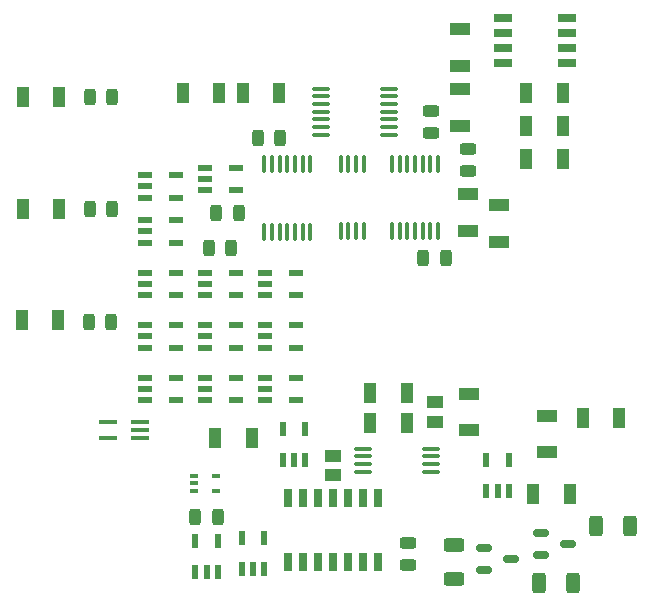
<source format=gbr>
%TF.GenerationSoftware,KiCad,Pcbnew,8.0.5*%
%TF.CreationDate,2024-10-12T23:20:52+02:00*%
%TF.ProjectId,TSAL,5453414c-2e6b-4696-9361-645f70636258,V2.1*%
%TF.SameCoordinates,Original*%
%TF.FileFunction,Paste,Top*%
%TF.FilePolarity,Positive*%
%FSLAX46Y46*%
G04 Gerber Fmt 4.6, Leading zero omitted, Abs format (unit mm)*
G04 Created by KiCad (PCBNEW 8.0.5) date 2024-10-12 23:20:52*
%MOMM*%
%LPD*%
G01*
G04 APERTURE LIST*
G04 Aperture macros list*
%AMRoundRect*
0 Rectangle with rounded corners*
0 $1 Rounding radius*
0 $2 $3 $4 $5 $6 $7 $8 $9 X,Y pos of 4 corners*
0 Add a 4 corners polygon primitive as box body*
4,1,4,$2,$3,$4,$5,$6,$7,$8,$9,$2,$3,0*
0 Add four circle primitives for the rounded corners*
1,1,$1+$1,$2,$3*
1,1,$1+$1,$4,$5*
1,1,$1+$1,$6,$7*
1,1,$1+$1,$8,$9*
0 Add four rect primitives between the rounded corners*
20,1,$1+$1,$2,$3,$4,$5,0*
20,1,$1+$1,$4,$5,$6,$7,0*
20,1,$1+$1,$6,$7,$8,$9,0*
20,1,$1+$1,$8,$9,$2,$3,0*%
G04 Aperture macros list end*
%ADD10R,1.050000X1.800000*%
%ADD11RoundRect,0.243750X-0.243750X-0.456250X0.243750X-0.456250X0.243750X0.456250X-0.243750X0.456250X0*%
%ADD12R,0.650000X1.525000*%
%ADD13R,1.150000X0.600000*%
%ADD14R,1.800000X1.050000*%
%ADD15RoundRect,0.100000X-0.637500X-0.100000X0.637500X-0.100000X0.637500X0.100000X-0.637500X0.100000X0*%
%ADD16R,0.600000X1.150000*%
%ADD17RoundRect,0.150000X-0.512500X-0.150000X0.512500X-0.150000X0.512500X0.150000X-0.512500X0.150000X0*%
%ADD18RoundRect,0.243750X-0.456250X0.243750X-0.456250X-0.243750X0.456250X-0.243750X0.456250X0.243750X0*%
%ADD19RoundRect,0.243750X0.243750X0.456250X-0.243750X0.456250X-0.243750X-0.456250X0.243750X-0.456250X0*%
%ADD20RoundRect,0.250000X-0.312500X-0.625000X0.312500X-0.625000X0.312500X0.625000X-0.312500X0.625000X0*%
%ADD21RoundRect,0.250000X0.312500X0.625000X-0.312500X0.625000X-0.312500X-0.625000X0.312500X-0.625000X0*%
%ADD22R,1.470000X1.070000*%
%ADD23RoundRect,0.100000X-0.225000X-0.100000X0.225000X-0.100000X0.225000X0.100000X-0.225000X0.100000X0*%
%ADD24R,1.528000X0.650000*%
%ADD25R,1.500000X0.400000*%
%ADD26RoundRect,0.100000X-0.100000X0.637500X-0.100000X-0.637500X0.100000X-0.637500X0.100000X0.637500X0*%
%ADD27RoundRect,0.250000X0.625000X-0.312500X0.625000X0.312500X-0.625000X0.312500X-0.625000X-0.312500X0*%
%ADD28RoundRect,0.100000X0.100000X-0.637500X0.100000X0.637500X-0.100000X0.637500X-0.100000X-0.637500X0*%
G04 APERTURE END LIST*
D10*
%TO.C,R18*%
X120928800Y-38277800D03*
X124028800Y-38277800D03*
%TD*%
D11*
%TO.C,D10*%
X98201000Y-42037000D03*
X100076000Y-42037000D03*
%TD*%
D12*
%TO.C,DL1*%
X100711000Y-77941000D03*
X101981000Y-77941000D03*
X103251000Y-77941000D03*
X104521000Y-77941000D03*
X105791000Y-77941000D03*
X107061000Y-77941000D03*
X108331000Y-77941000D03*
X108331000Y-72517000D03*
X107061000Y-72517000D03*
X105791000Y-72517000D03*
X104521000Y-72517000D03*
X103251000Y-72517000D03*
X101981000Y-72517000D03*
X100711000Y-72517000D03*
%TD*%
D13*
%TO.C,G9*%
X93726000Y-53472000D03*
X93726000Y-54422000D03*
X93726000Y-55372000D03*
X96326000Y-55372000D03*
X96326000Y-53472000D03*
%TD*%
D10*
%TO.C,R46*%
X120903400Y-43840400D03*
X124003400Y-43840400D03*
%TD*%
D14*
%TO.C,R25*%
X115951000Y-46837000D03*
X115951000Y-49937000D03*
%TD*%
D15*
%TO.C,CP5*%
X107119500Y-68367000D03*
X107119500Y-69017000D03*
X107119500Y-69667000D03*
X107119500Y-70317000D03*
X112844500Y-70317000D03*
X112844500Y-69667000D03*
X112844500Y-69017000D03*
X112844500Y-68367000D03*
%TD*%
D14*
%TO.C,R28*%
X118617870Y-50853974D03*
X118617870Y-47753974D03*
%TD*%
D13*
%TO.C,G11*%
X98836000Y-62362000D03*
X98836000Y-63312000D03*
X98836000Y-64262000D03*
X101436000Y-64262000D03*
X101436000Y-62362000D03*
%TD*%
D14*
%TO.C,R47*%
X122707400Y-68682200D03*
X122707400Y-65582200D03*
%TD*%
D13*
%TO.C,G10*%
X93756000Y-44577000D03*
X93756000Y-45527000D03*
X93756000Y-46477000D03*
X96356000Y-46477000D03*
X96356000Y-44577000D03*
%TD*%
D16*
%TO.C,G14*%
X100319800Y-69295800D03*
X101269800Y-69295800D03*
X102219800Y-69295800D03*
X102219800Y-66695800D03*
X100319800Y-66695800D03*
%TD*%
D15*
%TO.C,U1*%
X103563500Y-37874159D03*
X103563500Y-38524159D03*
X103563500Y-39174159D03*
X103563500Y-39824159D03*
X103563500Y-40474159D03*
X103563500Y-41124159D03*
X103563500Y-41774159D03*
X109288500Y-41774159D03*
X109288500Y-41124159D03*
X109288500Y-40474159D03*
X109288500Y-39824159D03*
X109288500Y-39174159D03*
X109288500Y-38524159D03*
X109288500Y-37874159D03*
%TD*%
D17*
%TO.C,Q4*%
X117353500Y-76774000D03*
X117353500Y-78674000D03*
X119628500Y-77724000D03*
%TD*%
D18*
%TO.C,D7*%
X115951000Y-43004500D03*
X115951000Y-44879500D03*
%TD*%
D14*
%TO.C,R30*%
X116078000Y-66828000D03*
X116078000Y-63728000D03*
%TD*%
D13*
%TO.C,G1*%
X88646000Y-45212000D03*
X88646000Y-46162000D03*
X88646000Y-47112000D03*
X91246000Y-47112000D03*
X91246000Y-45212000D03*
%TD*%
D19*
%TO.C,D9*%
X95926950Y-51370969D03*
X94051950Y-51370969D03*
%TD*%
D13*
%TO.C,G13*%
X98836000Y-57917000D03*
X98836000Y-58867000D03*
X98836000Y-59817000D03*
X101436000Y-59817000D03*
X101436000Y-57917000D03*
%TD*%
D10*
%TO.C,R27*%
X107733500Y-66167000D03*
X110833500Y-66167000D03*
%TD*%
D20*
%TO.C,R40*%
X121981500Y-79756000D03*
X124906500Y-79756000D03*
%TD*%
D21*
%TO.C,R37*%
X129732500Y-74930000D03*
X126807500Y-74930000D03*
%TD*%
D13*
%TO.C,G7*%
X88676000Y-62362000D03*
X88676000Y-63312000D03*
X88676000Y-64262000D03*
X91276000Y-64262000D03*
X91276000Y-62362000D03*
%TD*%
D22*
%TO.C,C23*%
X104521000Y-70601000D03*
X104521000Y-68961000D03*
%TD*%
D14*
%TO.C,R23*%
X115316000Y-35967000D03*
X115316000Y-32867000D03*
%TD*%
D13*
%TO.C,G3*%
X88676000Y-53472000D03*
X88676000Y-54422000D03*
X88676000Y-55372000D03*
X91276000Y-55372000D03*
X91276000Y-53472000D03*
%TD*%
D10*
%TO.C,R4*%
X81381000Y-48117000D03*
X78281000Y-48117000D03*
%TD*%
D13*
%TO.C,G12*%
X98836000Y-53472000D03*
X98836000Y-54422000D03*
X98836000Y-55372000D03*
X101436000Y-55372000D03*
X101436000Y-53472000D03*
%TD*%
D23*
%TO.C,CP1*%
X92750600Y-70663000D03*
X92750600Y-71313000D03*
X92750600Y-71963000D03*
X94650600Y-71963000D03*
X94650600Y-70663000D03*
%TD*%
D14*
%TO.C,R24*%
X115316000Y-41047000D03*
X115316000Y-37947000D03*
%TD*%
D16*
%TO.C,G15*%
X92903000Y-78770000D03*
X93853000Y-78770000D03*
X94803000Y-78770000D03*
X94803000Y-76170000D03*
X92903000Y-76170000D03*
%TD*%
D13*
%TO.C,G4*%
X88676000Y-57917000D03*
X88676000Y-58867000D03*
X88676000Y-59817000D03*
X91276000Y-59817000D03*
X91276000Y-57917000D03*
%TD*%
D10*
%TO.C,R22*%
X100001000Y-38227000D03*
X96901000Y-38227000D03*
%TD*%
%TO.C,R26*%
X110833500Y-63627000D03*
X107733500Y-63627000D03*
%TD*%
D11*
%TO.C,D6*%
X92915500Y-74168000D03*
X94790500Y-74168000D03*
%TD*%
D24*
%TO.C,TI1*%
X118955000Y-31902400D03*
X118955000Y-33172400D03*
X118955000Y-34442400D03*
X118955000Y-35712400D03*
X124377000Y-35712400D03*
X124377000Y-34442400D03*
X124377000Y-33172400D03*
X124377000Y-31902400D03*
%TD*%
D10*
%TO.C,R7*%
X81306000Y-57502000D03*
X78206000Y-57502000D03*
%TD*%
D19*
%TO.C,D8*%
X114089634Y-52207993D03*
X112214634Y-52207993D03*
%TD*%
D25*
%TO.C,U2*%
X88198000Y-67452000D03*
X88198000Y-66802000D03*
X88198000Y-66152000D03*
X85538000Y-66152000D03*
X85538000Y-67452000D03*
%TD*%
D17*
%TO.C,Q3*%
X122179500Y-75504000D03*
X122179500Y-77404000D03*
X124454500Y-76454000D03*
%TD*%
D10*
%TO.C,R48*%
X125704000Y-65811400D03*
X128804000Y-65811400D03*
%TD*%
D16*
%TO.C,G8*%
X117541000Y-71912000D03*
X118491000Y-71912000D03*
X119441000Y-71912000D03*
X119441000Y-69312000D03*
X117541000Y-69312000D03*
%TD*%
D13*
%TO.C,G6*%
X93756000Y-62362000D03*
X93756000Y-63312000D03*
X93756000Y-64262000D03*
X96356000Y-64262000D03*
X96356000Y-62362000D03*
%TD*%
D11*
%TO.C,D4*%
X83898500Y-57642000D03*
X85773500Y-57642000D03*
%TD*%
D10*
%TO.C,R21*%
X94921000Y-38227000D03*
X91821000Y-38227000D03*
%TD*%
D26*
%TO.C,CP4*%
X113456000Y-44254500D03*
X112806000Y-44254500D03*
X112156000Y-44254500D03*
X111506000Y-44254500D03*
X110856000Y-44254500D03*
X110206000Y-44254500D03*
X109556000Y-44254500D03*
X109556000Y-49979500D03*
X110206000Y-49979500D03*
X110856000Y-49979500D03*
X111506000Y-49979500D03*
X112156000Y-49979500D03*
X112806000Y-49979500D03*
X113456000Y-49979500D03*
%TD*%
D10*
%TO.C,R45*%
X124028800Y-41071800D03*
X120928800Y-41071800D03*
%TD*%
D11*
%TO.C,D3*%
X83973500Y-48117000D03*
X85848500Y-48117000D03*
%TD*%
D18*
%TO.C,D11*%
X112860243Y-39745325D03*
X112860243Y-41620325D03*
%TD*%
D11*
%TO.C,D1*%
X83973500Y-38592000D03*
X85848500Y-38592000D03*
%TD*%
D10*
%TO.C,R6*%
X121487600Y-72237600D03*
X124587600Y-72237600D03*
%TD*%
D26*
%TO.C,CP3*%
X102630800Y-44273200D03*
X101980800Y-44273200D03*
X101330800Y-44273200D03*
X100680800Y-44273200D03*
X100030800Y-44273200D03*
X99380800Y-44273200D03*
X98730800Y-44273200D03*
X98730800Y-49998200D03*
X99380800Y-49998200D03*
X100030800Y-49998200D03*
X100680800Y-49998200D03*
X101330800Y-49998200D03*
X101980800Y-49998200D03*
X102630800Y-49998200D03*
%TD*%
D27*
%TO.C,R38*%
X114808000Y-79440500D03*
X114808000Y-76515500D03*
%TD*%
D19*
%TO.C,D5*%
X96568500Y-48387000D03*
X94693500Y-48387000D03*
%TD*%
D18*
%TO.C,D2*%
X110871000Y-76327000D03*
X110871000Y-78202000D03*
%TD*%
D28*
%TO.C,CP2*%
X105197000Y-49979500D03*
X105847000Y-49979500D03*
X106497000Y-49979500D03*
X107147000Y-49979500D03*
X107147000Y-44254500D03*
X106497000Y-44254500D03*
X105847000Y-44254500D03*
X105197000Y-44254500D03*
%TD*%
D16*
%TO.C,G16*%
X96840000Y-78516000D03*
X97790000Y-78516000D03*
X98740000Y-78516000D03*
X98740000Y-75916000D03*
X96840000Y-75916000D03*
%TD*%
D10*
%TO.C,R20*%
X94589000Y-67437000D03*
X97689000Y-67437000D03*
%TD*%
%TO.C,R2*%
X81381000Y-38592000D03*
X78281000Y-38592000D03*
%TD*%
D13*
%TO.C,G2*%
X88646000Y-49022000D03*
X88646000Y-49972000D03*
X88646000Y-50922000D03*
X91246000Y-50922000D03*
X91246000Y-49022000D03*
%TD*%
%TO.C,G5*%
X93726000Y-57917000D03*
X93726000Y-58867000D03*
X93726000Y-59817000D03*
X96326000Y-59817000D03*
X96326000Y-57917000D03*
%TD*%
D22*
%TO.C,C22*%
X113157000Y-64458000D03*
X113157000Y-66098000D03*
%TD*%
M02*

</source>
